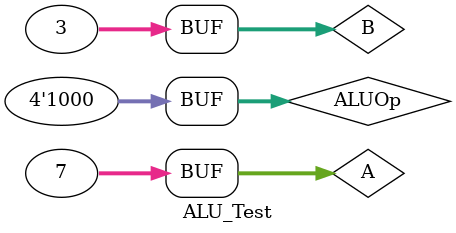
<source format=v>
`timescale 1ns / 1ps


module ALU_Test;

	// Inputs
	reg [31:0] A;
	reg [31:0] B;
	reg [3:0] ALUOp;

	// Outputs
	wire [31:0] out;
	wire zero;
	wire sign;
	wire carry;

	// Instantiate the Unit Under Test (UUT)
	ALU uut (
		.A(A), 
		.B(B), 
		.ALUOp(ALUOp), 
		.out(out), 
		.zero(zero), 
		.sign(sign), 
		.carry(carry)
	);

	initial begin
		$monitor("A = %d, B = %d, ALUOp = %d, out = %d, zero = %d, sign = %d, carry = %d", A, B, ALUOp, out, zero, sign, carry);
		// Initialize Inputs
		A = 32'b0111;
		B = 32'b0011;
		ALUOp = 4'b0001;

		// Wait 100 ns for global reset to finish
		#100;
		A = 32'b0111;
		B = 32'b0011;
		ALUOp = 4'b0010;
		
		#100;
		A = 32'b0111;
		B = 32'b0011;
		ALUOp = 4'b0011;
		
		#100;
		A = 32'b0111;
		B = 32'b0011;
		ALUOp = 4'b0100;

		#100;
		A = 32'b0111;
		B = 32'b0011;
		ALUOp = 4'b0101;

		#100;
		A = 32'b0111;
		B = 32'b0011;
		ALUOp = 4'b0110;
		
		#100;
		A = 32'b0111;
		B = 32'b0011;
		ALUOp = 4'b0111;
		
		#100;
		A = 32'b10001111111111100000000001111111;
		B = 32'b0011;
		ALUOp = 4'b0111;
		
		#100;
		A = 32'b0111;
		B = 32'b0011;
		ALUOp = 4'b1000;
		// Add stimulus here

	end
      
endmodule


</source>
